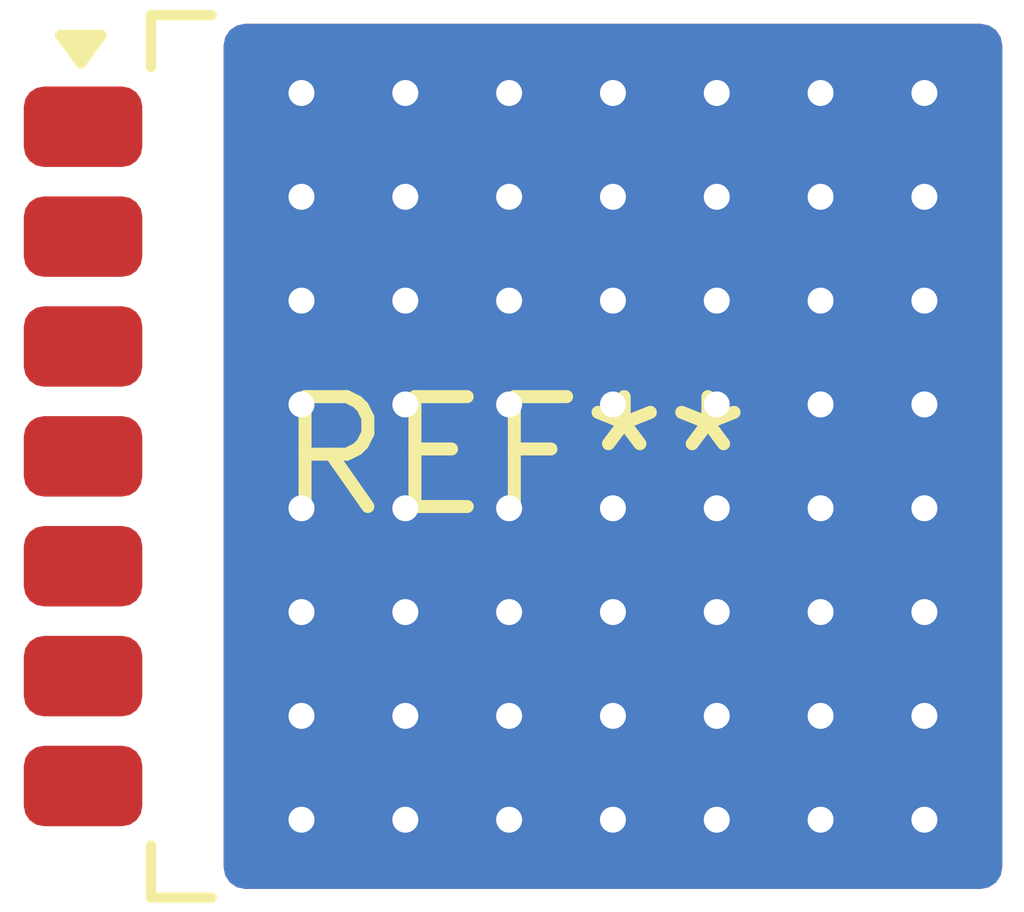
<source format=kicad_pcb>
(kicad_pcb (version 20240108) (generator pcbnew)
  (layers (0 "F.Cu" signal) (31 "B.Cu" signal) (34 "B.Paste" user) (35 "F.Paste" user) (36 "B.SilkS" user "B.Silkscreen") (37 "F.SilkS" user "F.Silkscreen") (38 "B.Mask" user) (39 "F.Mask" user) (44 "Edge.Cuts" user))
  (net 0 "")
  (footprint "Rohm_HRP7" (layer "F.Cu") (at 0 0)
    (property "Reference" "REF**")
    (property "Value" "Rohm_HRP7")
    (fp_line (start -4.2 -5.1) (end -3.5 -5.1) (layer "F.SilkS") (stroke (width 0.12)))
    (fp_line (start -4.2 -4.5) (end -4.2 -5.1) (layer "F.SilkS") (stroke (width 0.12)))
    (fp_line (start -4.2 5.1) (end -4.2 4.5) (layer "F.SilkS") (stroke (width 0.12)))
    (fp_line (start -3.5 5.1) (end -4.2 5.1) (layer "F.SilkS") (stroke (width 0.12)))
    (fp_poly (pts (xy -5.01 -4.54) (xy -4.77 -4.87) (xy -5.25 -4.87) (xy -5.01 -4.54)) (layer "F.SilkS") (stroke (width 0.12)) (fill solid))
    (pad "1" smd roundrect (at -4.985 -3.81) (size 1.37 0.93) (layers "F.Cu" "F.Paste" "F.Mask"))
    (pad "2" smd roundrect (at -4.985 -2.54) (size 1.37 0.93) (layers "F.Cu" "F.Paste" "F.Mask"))
    (pad "3" smd roundrect (at -4.985 -1.27) (size 1.37 0.93) (layers "F.Cu" "F.Paste" "F.Mask"))
    (pad "4" smd roundrect (at -4.985 0) (size 1.37 0.93) (layers "F.Cu" "F.Paste" "F.Mask"))
    (pad "4" thru_hole circle (at -2.46 -4.2) (size 0.6 0.6) (drill 0.3) (layers *.Cu) (remove_unused_layers))
    (pad "4" thru_hole circle (at -2.46 -3) (size 0.6 0.6) (drill 0.3) (layers *.Cu) (remove_unused_layers))
    (pad "4" thru_hole circle (at -2.46 -1.8) (size 0.6 0.6) (drill 0.3) (layers *.Cu) (remove_unused_layers))
    (pad "4" thru_hole circle (at -2.46 -0.6) (size 0.6 0.6) (drill 0.3) (layers *.Cu) (remove_unused_layers))
    (pad "4" thru_hole circle (at -2.46 0.6) (size 0.6 0.6) (drill 0.3) (layers *.Cu) (remove_unused_layers))
    (pad "4" thru_hole circle (at -2.46 1.8) (size 0.6 0.6) (drill 0.3) (layers *.Cu) (remove_unused_layers))
    (pad "4" thru_hole circle (at -2.46 3) (size 0.6 0.6) (drill 0.3) (layers *.Cu) (remove_unused_layers))
    (pad "4" thru_hole circle (at -2.46 4.2) (size 0.6 0.6) (drill 0.3) (layers *.Cu) (remove_unused_layers))
    (pad "4" thru_hole circle (at -1.26 -4.2) (size 0.6 0.6) (drill 0.3) (layers *.Cu) (remove_unused_layers))
    (pad "4" thru_hole circle (at -1.26 -3) (size 0.6 0.6) (drill 0.3) (layers *.Cu) (remove_unused_layers))
    (pad "4" thru_hole circle (at -1.26 -1.8) (size 0.6 0.6) (drill 0.3) (layers *.Cu) (remove_unused_layers))
    (pad "4" thru_hole circle (at -1.26 -0.6) (size 0.6 0.6) (drill 0.3) (layers *.Cu) (remove_unused_layers))
    (pad "4" thru_hole circle (at -1.26 0.6) (size 0.6 0.6) (drill 0.3) (layers *.Cu) (remove_unused_layers))
    (pad "4" thru_hole circle (at -1.26 1.8) (size 0.6 0.6) (drill 0.3) (layers *.Cu) (remove_unused_layers))
    (pad "4" thru_hole circle (at -1.26 3) (size 0.6 0.6) (drill 0.3) (layers *.Cu) (remove_unused_layers))
    (pad "4" thru_hole circle (at -1.26 4.2) (size 0.6 0.6) (drill 0.3) (layers *.Cu) (remove_unused_layers))
    (pad "4" thru_hole circle (at -0.06 -4.2) (size 0.6 0.6) (drill 0.3) (layers *.Cu) (remove_unused_layers))
    (pad "4" thru_hole circle (at -0.06 -3) (size 0.6 0.6) (drill 0.3) (layers *.Cu) (remove_unused_layers))
    (pad "4" thru_hole circle (at -0.06 -1.8) (size 0.6 0.6) (drill 0.3) (layers *.Cu) (remove_unused_layers))
    (pad "4" thru_hole circle (at -0.06 -0.6) (size 0.6 0.6) (drill 0.3) (layers *.Cu) (remove_unused_layers))
    (pad "4" thru_hole circle (at -0.06 0.6) (size 0.6 0.6) (drill 0.3) (layers *.Cu) (remove_unused_layers))
    (pad "4" thru_hole circle (at -0.06 1.8) (size 0.6 0.6) (drill 0.3) (layers *.Cu) (remove_unused_layers))
    (pad "4" thru_hole circle (at -0.06 3) (size 0.6 0.6) (drill 0.3) (layers *.Cu) (remove_unused_layers))
    (pad "4" thru_hole circle (at -0.06 4.2) (size 0.6 0.6) (drill 0.3) (layers *.Cu) (remove_unused_layers))
    (pad "4" thru_hole circle (at 1.14 -4.2) (size 0.6 0.6) (drill 0.3) (layers *.Cu) (remove_unused_layers))
    (pad "4" thru_hole circle (at 1.14 -3) (size 0.6 0.6) (drill 0.3) (layers *.Cu) (remove_unused_layers))
    (pad "4" thru_hole circle (at 1.14 -1.8) (size 0.6 0.6) (drill 0.3) (layers *.Cu) (remove_unused_layers))
    (pad "4" thru_hole circle (at 1.14 -0.6) (size 0.6 0.6) (drill 0.3) (layers *.Cu) (remove_unused_layers))
    (pad "4" smd roundrect (at 1.14 0) (size 9 10) (layers "F.Cu" "F.Mask") (roundrect_rratio 0.02777777778))
    (pad "4" smd roundrect (at 1.14 0) (size 9 10) (layers "B.Cu") (roundrect_rratio 0.02777777778))
    (pad "4" thru_hole circle (at 1.14 0.6) (size 0.6 0.6) (drill 0.3) (layers *.Cu) (remove_unused_layers))
    (pad "4" thru_hole circle (at 1.14 1.8) (size 0.6 0.6) (drill 0.3) (layers *.Cu) (remove_unused_layers))
    (pad "4" thru_hole circle (at 1.14 3) (size 0.6 0.6) (drill 0.3) (layers *.Cu) (remove_unused_layers))
    (pad "4" thru_hole circle (at 1.14 4.2) (size 0.6 0.6) (drill 0.3) (layers *.Cu) (remove_unused_layers))
    (pad "4" thru_hole circle (at 2.34 -4.2) (size 0.6 0.6) (drill 0.3) (layers *.Cu) (remove_unused_layers))
    (pad "4" thru_hole circle (at 2.34 -3) (size 0.6 0.6) (drill 0.3) (layers *.Cu) (remove_unused_layers))
    (pad "4" thru_hole circle (at 2.34 -1.8) (size 0.6 0.6) (drill 0.3) (layers *.Cu) (remove_unused_layers))
    (pad "4" thru_hole circle (at 2.34 -0.6) (size 0.6 0.6) (drill 0.3) (layers *.Cu) (remove_unused_layers))
    (pad "4" thru_hole circle (at 2.34 0.6) (size 0.6 0.6) (drill 0.3) (layers *.Cu) (remove_unused_layers))
    (pad "4" thru_hole circle (at 2.34 1.8) (size 0.6 0.6) (drill 0.3) (layers *.Cu) (remove_unused_layers))
    (pad "4" thru_hole circle (at 2.34 3) (size 0.6 0.6) (drill 0.3) (layers *.Cu) (remove_unused_layers))
    (pad "4" thru_hole circle (at 2.34 4.2) (size 0.6 0.6) (drill 0.3) (layers *.Cu) (remove_unused_layers))
    (pad "4" thru_hole circle (at 3.54 -4.2) (size 0.6 0.6) (drill 0.3) (layers *.Cu) (remove_unused_layers))
    (pad "4" thru_hole circle (at 3.54 -3) (size 0.6 0.6) (drill 0.3) (layers *.Cu) (remove_unused_layers))
    (pad "4" thru_hole circle (at 3.54 -1.8) (size 0.6 0.6) (drill 0.3) (layers *.Cu) (remove_unused_layers))
    (pad "4" thru_hole circle (at 3.54 -0.6) (size 0.6 0.6) (drill 0.3) (layers *.Cu) (remove_unused_layers))
    (pad "4" thru_hole circle (at 3.54 0.6) (size 0.6 0.6) (drill 0.3) (layers *.Cu) (remove_unused_layers))
    (pad "4" thru_hole circle (at 3.54 1.8) (size 0.6 0.6) (drill 0.3) (layers *.Cu) (remove_unused_layers))
    (pad "4" thru_hole circle (at 3.54 3) (size 0.6 0.6) (drill 0.3) (layers *.Cu) (remove_unused_layers))
    (pad "4" thru_hole circle (at 3.54 4.2) (size 0.6 0.6) (drill 0.3) (layers *.Cu) (remove_unused_layers))
    (pad "4" thru_hole circle (at 4.74 -4.2) (size 0.6 0.6) (drill 0.3) (layers *.Cu) (remove_unused_layers))
    (pad "4" thru_hole circle (at 4.74 -3) (size 0.6 0.6) (drill 0.3) (layers *.Cu) (remove_unused_layers))
    (pad "4" thru_hole circle (at 4.74 -1.8) (size 0.6 0.6) (drill 0.3) (layers *.Cu) (remove_unused_layers))
    (pad "4" thru_hole circle (at 4.74 -0.6) (size 0.6 0.6) (drill 0.3) (layers *.Cu) (remove_unused_layers))
    (pad "4" thru_hole circle (at 4.74 0.6) (size 0.6 0.6) (drill 0.3) (layers *.Cu) (remove_unused_layers))
    (pad "4" thru_hole circle (at 4.74 1.8) (size 0.6 0.6) (drill 0.3) (layers *.Cu) (remove_unused_layers))
    (pad "4" thru_hole circle (at 4.74 3) (size 0.6 0.6) (drill 0.3) (layers *.Cu) (remove_unused_layers))
    (pad "4" thru_hole circle (at 4.74 4.2) (size 0.6 0.6) (drill 0.3) (layers *.Cu) (remove_unused_layers))
    (pad "5" smd roundrect (at -4.985 1.27) (size 1.37 0.93) (layers "F.Cu" "F.Paste" "F.Mask"))
    (pad "6" smd roundrect (at -4.985 2.54) (size 1.37 0.93) (layers "F.Cu" "F.Paste" "F.Mask"))
    (pad "7" smd roundrect (at -4.985 3.81) (size 1.37 0.93) (layers "F.Cu" "F.Paste" "F.Mask"))
  )
)
</source>
